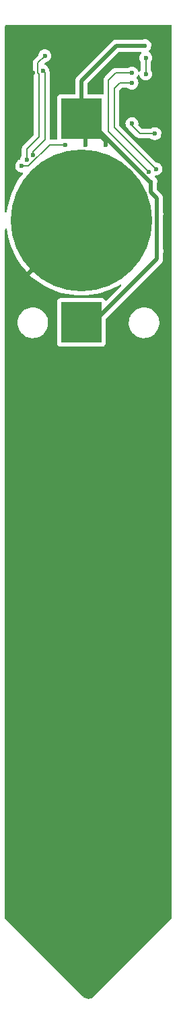
<source format=gbr>
G04 #@! TF.GenerationSoftware,KiCad,Pcbnew,(6.0.0-0)*
G04 #@! TF.CreationDate,2023-02-05T10:16:27+01:00*
G04 #@! TF.ProjectId,parasite,70617261-7369-4746-952e-6b696361645f,2.0.0*
G04 #@! TF.SameCoordinates,Original*
G04 #@! TF.FileFunction,Copper,L2,Bot*
G04 #@! TF.FilePolarity,Positive*
%FSLAX46Y46*%
G04 Gerber Fmt 4.6, Leading zero omitted, Abs format (unit mm)*
G04 Created by KiCad (PCBNEW (6.0.0-0)) date 2023-02-05 10:16:27*
%MOMM*%
%LPD*%
G01*
G04 APERTURE LIST*
G04 #@! TA.AperFunction,SMDPad,CuDef*
%ADD10R,5.100000X5.100000*%
G04 #@! TD*
G04 #@! TA.AperFunction,SMDPad,CuDef*
%ADD11C,17.800000*%
G04 #@! TD*
G04 #@! TA.AperFunction,ViaPad*
%ADD12C,0.600000*%
G04 #@! TD*
G04 #@! TA.AperFunction,Conductor*
%ADD13C,0.200000*%
G04 #@! TD*
G04 #@! TA.AperFunction,Conductor*
%ADD14C,0.500000*%
G04 #@! TD*
G04 APERTURE END LIST*
D10*
X67100000Y-42355000D03*
X67100000Y-67955000D03*
D11*
X67100000Y-55155000D03*
D12*
X60999000Y-36613000D03*
X74969000Y-63918000D03*
X75731000Y-63918000D03*
X60618000Y-64172000D03*
X58078000Y-42201000D03*
X77255000Y-63918000D03*
X64682000Y-32168000D03*
X62269000Y-51472000D03*
X58078000Y-43979000D03*
X70397000Y-51726000D03*
X59983000Y-36613000D03*
X69254000Y-38899000D03*
X76493000Y-63918000D03*
X58078000Y-41312000D03*
X59856000Y-64172000D03*
X70397000Y-48678000D03*
X61380000Y-64172000D03*
X67857000Y-32168000D03*
X68873000Y-32168000D03*
X66714000Y-32168000D03*
X70397000Y-50202000D03*
X65698000Y-32168000D03*
X69254000Y-37375000D03*
X62142000Y-64172000D03*
X70397000Y-49440000D03*
X69762000Y-32168000D03*
X70397000Y-50964000D03*
X58078000Y-43090000D03*
X69254000Y-38137000D03*
X60237000Y-47535000D03*
X62523000Y-34454000D03*
X67603000Y-45630000D03*
X75096000Y-33184000D03*
X67603000Y-44995000D03*
X75858000Y-50329000D03*
X76620000Y-58965000D03*
X70148000Y-44995000D03*
X70143000Y-45630000D03*
X76620000Y-54393000D03*
X65063000Y-45630000D03*
X59602000Y-48297000D03*
X60999000Y-46900000D03*
X62269000Y-36359000D03*
X75604000Y-49059000D03*
X73468000Y-36622550D03*
X73468000Y-37892550D03*
X76493000Y-48678000D03*
X73468000Y-42972550D03*
X76366000Y-44233000D03*
X75223000Y-36740000D03*
X75223000Y-34708000D03*
D13*
X61634000Y-36613000D02*
X61634000Y-35343000D01*
X61761000Y-44614000D02*
X61761000Y-36740000D01*
X60237000Y-46138000D02*
X61761000Y-44614000D01*
X61634000Y-35343000D02*
X62523000Y-34454000D01*
X61761000Y-36740000D02*
X61634000Y-36613000D01*
X60237000Y-47535000D02*
X60237000Y-46138000D01*
D14*
X76620000Y-52361000D02*
X76620000Y-53631000D01*
X67522206Y-42100000D02*
X70216603Y-44794397D01*
X70143000Y-45577550D02*
X70148000Y-45572550D01*
X76620000Y-59981000D02*
X76620000Y-58965000D01*
X70216603Y-44794397D02*
X75751206Y-50329000D01*
X70148000Y-45148000D02*
X67100000Y-42100000D01*
X72048000Y-64553000D02*
X76620000Y-59981000D01*
X67100000Y-42100000D02*
X67522206Y-42100000D01*
X71540000Y-33184000D02*
X75096000Y-33184000D01*
X67100000Y-42100000D02*
X67100000Y-37624000D01*
X67603000Y-44995000D02*
X67603000Y-42603000D01*
X76620000Y-53631000D02*
X76620000Y-58965000D01*
X68901000Y-67700000D02*
X72048000Y-64553000D01*
X75751206Y-50329000D02*
X75858000Y-50329000D01*
X67603000Y-45630000D02*
X67603000Y-44995000D01*
X70148000Y-45572550D02*
X70148000Y-45148000D01*
X67603000Y-42603000D02*
X67100000Y-42100000D01*
X75858000Y-50329000D02*
X75858000Y-51599000D01*
X75858000Y-51599000D02*
X76620000Y-52361000D01*
X67100000Y-37624000D02*
X71540000Y-33184000D01*
D13*
X63116838Y-45630000D02*
X65063000Y-45630000D01*
X60449838Y-48297000D02*
X63116838Y-45630000D01*
X59602000Y-48297000D02*
X60449838Y-48297000D01*
X60999000Y-46519000D02*
X62523000Y-44995000D01*
X60999000Y-46900000D02*
X60999000Y-46519000D01*
X62523000Y-36613000D02*
X62269000Y-36359000D01*
X62523000Y-44995000D02*
X62523000Y-36613000D01*
X70524000Y-37502000D02*
X71403450Y-36622550D01*
X71403450Y-36622550D02*
X73468000Y-36622550D01*
X75604000Y-49059000D02*
X70524000Y-43979000D01*
X70524000Y-43979000D02*
X70524000Y-37502000D01*
X71286000Y-43471000D02*
X71286000Y-38518000D01*
X71286000Y-38518000D02*
X71911450Y-37892550D01*
X76493000Y-48678000D02*
X71286000Y-43471000D01*
X71911450Y-37892550D02*
X73468000Y-37892550D01*
X74461000Y-44233000D02*
X76366000Y-44233000D01*
X73468000Y-43240000D02*
X74461000Y-44233000D01*
X73468000Y-42972550D02*
X73468000Y-43240000D01*
X75223000Y-36740000D02*
X75223000Y-34708000D01*
G04 #@! TA.AperFunction,Conductor*
G36*
X78434121Y-30620002D02*
G01*
X78480614Y-30673658D01*
X78492000Y-30726000D01*
X78492000Y-142737389D01*
X78471998Y-142805510D01*
X78455095Y-142826484D01*
X68675673Y-152605905D01*
X68660906Y-152618551D01*
X68641555Y-152632688D01*
X68634798Y-152641478D01*
X68614837Y-152662086D01*
X68513056Y-152745615D01*
X68492519Y-152759337D01*
X68357738Y-152831379D01*
X68334918Y-152840831D01*
X68188666Y-152885196D01*
X68164445Y-152890014D01*
X68012346Y-152904995D01*
X67987654Y-152904995D01*
X67835555Y-152890014D01*
X67811334Y-152885196D01*
X67665082Y-152840831D01*
X67642262Y-152831379D01*
X67590114Y-152803505D01*
X67507475Y-152759334D01*
X67486948Y-152745618D01*
X67390409Y-152666391D01*
X67379384Y-152654730D01*
X67378875Y-152655227D01*
X67372609Y-152648805D01*
X67367312Y-152641555D01*
X67342101Y-152622175D01*
X67329797Y-152611374D01*
X57544905Y-142826485D01*
X57510879Y-142764173D01*
X57508000Y-142737390D01*
X57508000Y-67939468D01*
X59073827Y-67939468D01*
X59076205Y-68000000D01*
X59084514Y-68211472D01*
X59133420Y-68479256D01*
X59219570Y-68737478D01*
X59221562Y-68741465D01*
X59221563Y-68741467D01*
X59303542Y-68905533D01*
X59341243Y-68980986D01*
X59496014Y-69204920D01*
X59680793Y-69404813D01*
X59684247Y-69407625D01*
X59888437Y-69573862D01*
X59888441Y-69573865D01*
X59891894Y-69576676D01*
X59895716Y-69578977D01*
X60053484Y-69673961D01*
X60125104Y-69717080D01*
X60221741Y-69758001D01*
X60371668Y-69821487D01*
X60371673Y-69821489D01*
X60375771Y-69823224D01*
X60380068Y-69824363D01*
X60380073Y-69824365D01*
X60507332Y-69858106D01*
X60638893Y-69892989D01*
X60909220Y-69924985D01*
X61181358Y-69918571D01*
X61341909Y-69891848D01*
X61445481Y-69874609D01*
X61445483Y-69874609D01*
X61449878Y-69873877D01*
X61709422Y-69791795D01*
X61954810Y-69673961D01*
X62104619Y-69573862D01*
X62177446Y-69525201D01*
X62177450Y-69525198D01*
X62181148Y-69522727D01*
X62383918Y-69341110D01*
X62559076Y-69132735D01*
X62703126Y-68901759D01*
X62777624Y-68733249D01*
X62811396Y-68656857D01*
X62813194Y-68652790D01*
X62887084Y-68390796D01*
X62911170Y-68211472D01*
X62922894Y-68124187D01*
X62922895Y-68124179D01*
X62923321Y-68121005D01*
X62927124Y-68000000D01*
X62907898Y-67728466D01*
X62895979Y-67673101D01*
X62851541Y-67466697D01*
X62851541Y-67466695D01*
X62850605Y-67462350D01*
X62756387Y-67206961D01*
X62627125Y-66967395D01*
X62465397Y-66748433D01*
X62274430Y-66554443D01*
X62058035Y-66389296D01*
X61820529Y-66256286D01*
X61752313Y-66229895D01*
X61570807Y-66159675D01*
X61570801Y-66159673D01*
X61566652Y-66158068D01*
X61562320Y-66157064D01*
X61562317Y-66157063D01*
X61453583Y-66131860D01*
X61301469Y-66096602D01*
X61030270Y-66073114D01*
X61025835Y-66073358D01*
X61025831Y-66073358D01*
X60762910Y-66087827D01*
X60762903Y-66087828D01*
X60758467Y-66088072D01*
X60491484Y-66141178D01*
X60234647Y-66231373D01*
X60230696Y-66233426D01*
X60230690Y-66233428D01*
X60098304Y-66302198D01*
X59993080Y-66356857D01*
X59989465Y-66359440D01*
X59989459Y-66359444D01*
X59775226Y-66512537D01*
X59775222Y-66512540D01*
X59771605Y-66515125D01*
X59574639Y-66703021D01*
X59406113Y-66916796D01*
X59269390Y-67152183D01*
X59267722Y-67156300D01*
X59267719Y-67156307D01*
X59243867Y-67215196D01*
X59167196Y-67404486D01*
X59139699Y-67515181D01*
X59110828Y-67631410D01*
X59101572Y-67668671D01*
X59101118Y-67673099D01*
X59101118Y-67673101D01*
X59094989Y-67732918D01*
X59073827Y-67939468D01*
X57508000Y-67939468D01*
X57508000Y-56292785D01*
X57528002Y-56224664D01*
X57581658Y-56178171D01*
X57651932Y-56168067D01*
X57716512Y-56197561D01*
X57754896Y-56257287D01*
X57759101Y-56277757D01*
X57795028Y-56576822D01*
X57795638Y-56580812D01*
X57906173Y-57174317D01*
X57907045Y-57178282D01*
X58055647Y-57763405D01*
X58056772Y-57767303D01*
X58242827Y-58341624D01*
X58244203Y-58345445D01*
X58466923Y-58906541D01*
X58468554Y-58910292D01*
X58727015Y-59455839D01*
X58728873Y-59459453D01*
X59022019Y-59987217D01*
X59024094Y-59990684D01*
X59350683Y-60498424D01*
X59352999Y-60501781D01*
X59711653Y-60987359D01*
X59714184Y-60990564D01*
X60103434Y-61451995D01*
X60106161Y-61455024D01*
X60257555Y-61612621D01*
X60271340Y-61620511D01*
X60272504Y-61620451D01*
X60280137Y-61615653D01*
X67010905Y-54884885D01*
X67073217Y-54850859D01*
X67144032Y-54855924D01*
X67189095Y-54884885D01*
X67370115Y-55065905D01*
X67404141Y-55128217D01*
X67399076Y-55199032D01*
X67370115Y-55244095D01*
X60641267Y-61972943D01*
X60633653Y-61986887D01*
X60633677Y-61987226D01*
X60639500Y-61995858D01*
X60972715Y-62300660D01*
X60975846Y-62303344D01*
X61446614Y-62681175D01*
X61449897Y-62683640D01*
X61944088Y-63030319D01*
X61947515Y-63032562D01*
X62463060Y-63346635D01*
X62466595Y-63348635D01*
X63001368Y-63628802D01*
X63005006Y-63630561D01*
X63556712Y-63875619D01*
X63560502Y-63877158D01*
X64126872Y-64086103D01*
X64130737Y-64087389D01*
X64709415Y-64259350D01*
X64713356Y-64260384D01*
X65301917Y-64394642D01*
X65305912Y-64395419D01*
X65901930Y-64491419D01*
X65905969Y-64491936D01*
X66506918Y-64549272D01*
X66510987Y-64549528D01*
X67114384Y-64567964D01*
X67118470Y-64567956D01*
X67721812Y-64547414D01*
X67725856Y-64547145D01*
X68326622Y-64487710D01*
X68330658Y-64487179D01*
X68926321Y-64389102D01*
X68930324Y-64388309D01*
X69518425Y-64251995D01*
X69522345Y-64250952D01*
X70100442Y-64076964D01*
X70104275Y-64075674D01*
X70669914Y-63864753D01*
X70673707Y-63863197D01*
X71224544Y-63616219D01*
X71228205Y-63614433D01*
X71761987Y-63332406D01*
X71765493Y-63330406D01*
X71975146Y-63201679D01*
X72043664Y-63183081D01*
X72111359Y-63204478D01*
X72156740Y-63259078D01*
X72165398Y-63329544D01*
X72130170Y-63398149D01*
X70312455Y-65215864D01*
X70250143Y-65249890D01*
X70179328Y-65244825D01*
X70122492Y-65202278D01*
X70105379Y-65171002D01*
X70103768Y-65166704D01*
X70103766Y-65166701D01*
X70100615Y-65158295D01*
X70013261Y-65041739D01*
X69896705Y-64954385D01*
X69760316Y-64903255D01*
X69698134Y-64896500D01*
X64501866Y-64896500D01*
X64439684Y-64903255D01*
X64303295Y-64954385D01*
X64186739Y-65041739D01*
X64099385Y-65158295D01*
X64048255Y-65294684D01*
X64041500Y-65356866D01*
X64041500Y-70553134D01*
X64048255Y-70615316D01*
X64099385Y-70751705D01*
X64186739Y-70868261D01*
X64303295Y-70955615D01*
X64439684Y-71006745D01*
X64501866Y-71013500D01*
X69698134Y-71013500D01*
X69760316Y-71006745D01*
X69896705Y-70955615D01*
X70013261Y-70868261D01*
X70100615Y-70751705D01*
X70151745Y-70615316D01*
X70158500Y-70553134D01*
X70158500Y-67939468D01*
X73073827Y-67939468D01*
X73076205Y-68000000D01*
X73084514Y-68211472D01*
X73133420Y-68479256D01*
X73219570Y-68737478D01*
X73221562Y-68741465D01*
X73221563Y-68741467D01*
X73303542Y-68905533D01*
X73341243Y-68980986D01*
X73496014Y-69204920D01*
X73680793Y-69404813D01*
X73684247Y-69407625D01*
X73888437Y-69573862D01*
X73888441Y-69573865D01*
X73891894Y-69576676D01*
X73895716Y-69578977D01*
X74053484Y-69673961D01*
X74125104Y-69717080D01*
X74221741Y-69758001D01*
X74371668Y-69821487D01*
X74371673Y-69821489D01*
X74375771Y-69823224D01*
X74380068Y-69824363D01*
X74380073Y-69824365D01*
X74507332Y-69858106D01*
X74638893Y-69892989D01*
X74909220Y-69924985D01*
X75181358Y-69918571D01*
X75341909Y-69891848D01*
X75445481Y-69874609D01*
X75445483Y-69874609D01*
X75449878Y-69873877D01*
X75709422Y-69791795D01*
X75954810Y-69673961D01*
X76104619Y-69573862D01*
X76177446Y-69525201D01*
X76177450Y-69525198D01*
X76181148Y-69522727D01*
X76383918Y-69341110D01*
X76559076Y-69132735D01*
X76703126Y-68901759D01*
X76777624Y-68733249D01*
X76811396Y-68656857D01*
X76813194Y-68652790D01*
X76887084Y-68390796D01*
X76911170Y-68211472D01*
X76922894Y-68124187D01*
X76922895Y-68124179D01*
X76923321Y-68121005D01*
X76927124Y-68000000D01*
X76907898Y-67728466D01*
X76895979Y-67673101D01*
X76851541Y-67466697D01*
X76851541Y-67466695D01*
X76850605Y-67462350D01*
X76756387Y-67206961D01*
X76627125Y-66967395D01*
X76465397Y-66748433D01*
X76274430Y-66554443D01*
X76058035Y-66389296D01*
X75820529Y-66256286D01*
X75752313Y-66229895D01*
X75570807Y-66159675D01*
X75570801Y-66159673D01*
X75566652Y-66158068D01*
X75562320Y-66157064D01*
X75562317Y-66157063D01*
X75453583Y-66131860D01*
X75301469Y-66096602D01*
X75030270Y-66073114D01*
X75025835Y-66073358D01*
X75025831Y-66073358D01*
X74762910Y-66087827D01*
X74762903Y-66087828D01*
X74758467Y-66088072D01*
X74491484Y-66141178D01*
X74234647Y-66231373D01*
X74230696Y-66233426D01*
X74230690Y-66233428D01*
X74098304Y-66302198D01*
X73993080Y-66356857D01*
X73989465Y-66359440D01*
X73989459Y-66359444D01*
X73775226Y-66512537D01*
X73775222Y-66512540D01*
X73771605Y-66515125D01*
X73574639Y-66703021D01*
X73406113Y-66916796D01*
X73269390Y-67152183D01*
X73267722Y-67156300D01*
X73267719Y-67156307D01*
X73243867Y-67215196D01*
X73167196Y-67404486D01*
X73139699Y-67515181D01*
X73110828Y-67631410D01*
X73101572Y-67668671D01*
X73101118Y-67673099D01*
X73101118Y-67673101D01*
X73094989Y-67732918D01*
X73073827Y-67939468D01*
X70158500Y-67939468D01*
X70158500Y-67567371D01*
X70178502Y-67499250D01*
X70195405Y-67478276D01*
X77108911Y-60564770D01*
X77123323Y-60552384D01*
X77134918Y-60543851D01*
X77134923Y-60543846D01*
X77140818Y-60539508D01*
X77145557Y-60533930D01*
X77145560Y-60533927D01*
X77175035Y-60499232D01*
X77181965Y-60491716D01*
X77187660Y-60486021D01*
X77205281Y-60463749D01*
X77208072Y-60460345D01*
X77250591Y-60410297D01*
X77250592Y-60410295D01*
X77255333Y-60404715D01*
X77258661Y-60398199D01*
X77262028Y-60393150D01*
X77265195Y-60388021D01*
X77269734Y-60382284D01*
X77300655Y-60316125D01*
X77302561Y-60312225D01*
X77335769Y-60247192D01*
X77337508Y-60240084D01*
X77339607Y-60234441D01*
X77341524Y-60228678D01*
X77344622Y-60222050D01*
X77359487Y-60150583D01*
X77360457Y-60146299D01*
X77376473Y-60080845D01*
X77377808Y-60075390D01*
X77378500Y-60064236D01*
X77378536Y-60064238D01*
X77378775Y-60060245D01*
X77379149Y-60056053D01*
X77380640Y-60048885D01*
X77378546Y-59971479D01*
X77378500Y-59968072D01*
X77378500Y-59268267D01*
X77386712Y-59223523D01*
X77405555Y-59173920D01*
X77405556Y-59173918D01*
X77408055Y-59167338D01*
X77414712Y-59119969D01*
X77432748Y-58991639D01*
X77432748Y-58991636D01*
X77433299Y-58987717D01*
X77433616Y-58965000D01*
X77413397Y-58784745D01*
X77409546Y-58773685D01*
X77385509Y-58704662D01*
X77378500Y-58663225D01*
X77378500Y-54696267D01*
X77386712Y-54651523D01*
X77405555Y-54601920D01*
X77405556Y-54601918D01*
X77408055Y-54595338D01*
X77433299Y-54415717D01*
X77433616Y-54393000D01*
X77413397Y-54212745D01*
X77409546Y-54201685D01*
X77385509Y-54132662D01*
X77378500Y-54091225D01*
X77378500Y-52428070D01*
X77379933Y-52409120D01*
X77382099Y-52394885D01*
X77382099Y-52394881D01*
X77383199Y-52387651D01*
X77382044Y-52373443D01*
X77378915Y-52334982D01*
X77378500Y-52324767D01*
X77378500Y-52316707D01*
X77375209Y-52288480D01*
X77374778Y-52284121D01*
X77369453Y-52218660D01*
X77368860Y-52211364D01*
X77366605Y-52204403D01*
X77365418Y-52198463D01*
X77364029Y-52192588D01*
X77363182Y-52185319D01*
X77338264Y-52116670D01*
X77336847Y-52112542D01*
X77316607Y-52050064D01*
X77316606Y-52050062D01*
X77314351Y-52043101D01*
X77310555Y-52036846D01*
X77308049Y-52031372D01*
X77305330Y-52025942D01*
X77302833Y-52019063D01*
X77262814Y-51958024D01*
X77260467Y-51954305D01*
X77222595Y-51891893D01*
X77215197Y-51883516D01*
X77215224Y-51883492D01*
X77212571Y-51880500D01*
X77209868Y-51877267D01*
X77205856Y-51871148D01*
X77149617Y-51817872D01*
X77147175Y-51815494D01*
X76653405Y-51321724D01*
X76619379Y-51259412D01*
X76616500Y-51232629D01*
X76616500Y-50632267D01*
X76624712Y-50587523D01*
X76643555Y-50537920D01*
X76643556Y-50537918D01*
X76646055Y-50531338D01*
X76671299Y-50351717D01*
X76671616Y-50329000D01*
X76651397Y-50148745D01*
X76591745Y-49977448D01*
X76495626Y-49823624D01*
X76378112Y-49705287D01*
X76344305Y-49642856D01*
X76349617Y-49572059D01*
X76392361Y-49515372D01*
X76458968Y-49490793D01*
X76469312Y-49490551D01*
X76475961Y-49491438D01*
X76482972Y-49490800D01*
X76482977Y-49490800D01*
X76629106Y-49477500D01*
X76656600Y-49474998D01*
X76663302Y-49472820D01*
X76663304Y-49472820D01*
X76822409Y-49421124D01*
X76822412Y-49421123D01*
X76829108Y-49418947D01*
X76984912Y-49326069D01*
X77116266Y-49200982D01*
X77216643Y-49049902D01*
X77263041Y-48927760D01*
X77278555Y-48886920D01*
X77278556Y-48886918D01*
X77281055Y-48880338D01*
X77293270Y-48793424D01*
X77305748Y-48704639D01*
X77305748Y-48704636D01*
X77306299Y-48700717D01*
X77306616Y-48678000D01*
X77286397Y-48497745D01*
X77226745Y-48326448D01*
X77130626Y-48172624D01*
X77071094Y-48112675D01*
X77007778Y-48048915D01*
X77007774Y-48048912D01*
X77002815Y-48043918D01*
X76849666Y-47946727D01*
X76800759Y-47929312D01*
X76685425Y-47888243D01*
X76685420Y-47888242D01*
X76678790Y-47885881D01*
X76671804Y-47885048D01*
X76671800Y-47885047D01*
X76588864Y-47875158D01*
X76523591Y-47847231D01*
X76514688Y-47839139D01*
X71931405Y-43255856D01*
X71897379Y-43193544D01*
X71894500Y-43166761D01*
X71894500Y-42961190D01*
X72654463Y-42961190D01*
X72672163Y-43141710D01*
X72729418Y-43313823D01*
X72733065Y-43319845D01*
X72733066Y-43319847D01*
X72793865Y-43420238D01*
X72823380Y-43468974D01*
X72828269Y-43474037D01*
X72828270Y-43474038D01*
X72853836Y-43500512D01*
X72949382Y-43599452D01*
X72984775Y-43622612D01*
X72986567Y-43623785D01*
X73017536Y-43652514D01*
X73028984Y-43667434D01*
X73028987Y-43667437D01*
X73034013Y-43673987D01*
X73040568Y-43679017D01*
X73059379Y-43693452D01*
X73071770Y-43704319D01*
X73996685Y-44629234D01*
X74007552Y-44641625D01*
X74027013Y-44666987D01*
X74033563Y-44672013D01*
X74058925Y-44691474D01*
X74058928Y-44691477D01*
X74135341Y-44750111D01*
X74154124Y-44764524D01*
X74302149Y-44825838D01*
X74310336Y-44826916D01*
X74310337Y-44826916D01*
X74321542Y-44828391D01*
X74352738Y-44832498D01*
X74421115Y-44841500D01*
X74421118Y-44841500D01*
X74421126Y-44841501D01*
X74452811Y-44845672D01*
X74461000Y-44846750D01*
X74492693Y-44842578D01*
X74509136Y-44841500D01*
X75781699Y-44841500D01*
X75850692Y-44862068D01*
X75989856Y-44953134D01*
X75999159Y-44959222D01*
X76005763Y-44961678D01*
X76005765Y-44961679D01*
X76162558Y-45019990D01*
X76162560Y-45019990D01*
X76169168Y-45022448D01*
X76252995Y-45033633D01*
X76341980Y-45045507D01*
X76341984Y-45045507D01*
X76348961Y-45046438D01*
X76355972Y-45045800D01*
X76355976Y-45045800D01*
X76498459Y-45032832D01*
X76529600Y-45029998D01*
X76536302Y-45027820D01*
X76536304Y-45027820D01*
X76695409Y-44976124D01*
X76695412Y-44976123D01*
X76702108Y-44973947D01*
X76857912Y-44881069D01*
X76989266Y-44755982D01*
X77089643Y-44604902D01*
X77154055Y-44435338D01*
X77179299Y-44255717D01*
X77179616Y-44233000D01*
X77159397Y-44052745D01*
X77099745Y-43881448D01*
X77003626Y-43727624D01*
X76943855Y-43667434D01*
X76880778Y-43603915D01*
X76880774Y-43603912D01*
X76875815Y-43598918D01*
X76864697Y-43591862D01*
X76816538Y-43561300D01*
X76722666Y-43501727D01*
X76693463Y-43491328D01*
X76558425Y-43443243D01*
X76558420Y-43443242D01*
X76551790Y-43440881D01*
X76544802Y-43440048D01*
X76544799Y-43440047D01*
X76421698Y-43425368D01*
X76371680Y-43419404D01*
X76364677Y-43420140D01*
X76364676Y-43420140D01*
X76198288Y-43437628D01*
X76198286Y-43437629D01*
X76191288Y-43438364D01*
X76019579Y-43496818D01*
X75865088Y-43591862D01*
X75860054Y-43596791D01*
X75858776Y-43597790D01*
X75792782Y-43623967D01*
X75781204Y-43624500D01*
X74765239Y-43624500D01*
X74697118Y-43604498D01*
X74676144Y-43587595D01*
X74301387Y-43212838D01*
X74267361Y-43150526D01*
X74265708Y-43106208D01*
X74280747Y-42999192D01*
X74281299Y-42995267D01*
X74281616Y-42972550D01*
X74261397Y-42792295D01*
X74259080Y-42785641D01*
X74204064Y-42627656D01*
X74204062Y-42627653D01*
X74201745Y-42620998D01*
X74105626Y-42467174D01*
X74091941Y-42453393D01*
X73982778Y-42343465D01*
X73982774Y-42343462D01*
X73977815Y-42338468D01*
X73966697Y-42331412D01*
X73918538Y-42300850D01*
X73824666Y-42241277D01*
X73795463Y-42230878D01*
X73660425Y-42182793D01*
X73660420Y-42182792D01*
X73653790Y-42180431D01*
X73646802Y-42179598D01*
X73646799Y-42179597D01*
X73523698Y-42164918D01*
X73473680Y-42158954D01*
X73466677Y-42159690D01*
X73466676Y-42159690D01*
X73300288Y-42177178D01*
X73300286Y-42177179D01*
X73293288Y-42177914D01*
X73121579Y-42236368D01*
X73115575Y-42240062D01*
X72973095Y-42327716D01*
X72973092Y-42327718D01*
X72967088Y-42331412D01*
X72962053Y-42336343D01*
X72962050Y-42336345D01*
X72842525Y-42453393D01*
X72837493Y-42458321D01*
X72739235Y-42610788D01*
X72736826Y-42617408D01*
X72736824Y-42617411D01*
X72679606Y-42774616D01*
X72677197Y-42781235D01*
X72654463Y-42961190D01*
X71894500Y-42961190D01*
X71894500Y-38822239D01*
X71914502Y-38754118D01*
X71931405Y-38733144D01*
X72126594Y-38537955D01*
X72188906Y-38503929D01*
X72215689Y-38501050D01*
X72883699Y-38501050D01*
X72952692Y-38521618D01*
X73101159Y-38618772D01*
X73107763Y-38621228D01*
X73107765Y-38621229D01*
X73264558Y-38679540D01*
X73264560Y-38679540D01*
X73271168Y-38681998D01*
X73354995Y-38693183D01*
X73443980Y-38705057D01*
X73443984Y-38705057D01*
X73450961Y-38705988D01*
X73457972Y-38705350D01*
X73457976Y-38705350D01*
X73600459Y-38692382D01*
X73631600Y-38689548D01*
X73638302Y-38687370D01*
X73638304Y-38687370D01*
X73797409Y-38635674D01*
X73797412Y-38635673D01*
X73804108Y-38633497D01*
X73959912Y-38540619D01*
X74091266Y-38415532D01*
X74191643Y-38264452D01*
X74256055Y-38094888D01*
X74281299Y-37915267D01*
X74281616Y-37892550D01*
X74261397Y-37712295D01*
X74259080Y-37705641D01*
X74204064Y-37547656D01*
X74204062Y-37547653D01*
X74201745Y-37540998D01*
X74197885Y-37534820D01*
X74109359Y-37393148D01*
X74105626Y-37387174D01*
X74085495Y-37366902D01*
X74065979Y-37347249D01*
X74032172Y-37284818D01*
X74037484Y-37214020D01*
X74068492Y-37167220D01*
X74077872Y-37158287D01*
X74091266Y-37145532D01*
X74191643Y-36994452D01*
X74206678Y-36954873D01*
X74249567Y-36898295D01*
X74316236Y-36873886D01*
X74385518Y-36889396D01*
X74435416Y-36939900D01*
X74444023Y-36959843D01*
X74484418Y-37081273D01*
X74488065Y-37087295D01*
X74488066Y-37087297D01*
X74564812Y-37214020D01*
X74578380Y-37236424D01*
X74583269Y-37241487D01*
X74583270Y-37241488D01*
X74660121Y-37321068D01*
X74704382Y-37366902D01*
X74710278Y-37370760D01*
X74849883Y-37462115D01*
X74856159Y-37466222D01*
X74862763Y-37468678D01*
X74862765Y-37468679D01*
X75019558Y-37526990D01*
X75019560Y-37526990D01*
X75026168Y-37529448D01*
X75109995Y-37540633D01*
X75198980Y-37552507D01*
X75198984Y-37552507D01*
X75205961Y-37553438D01*
X75212972Y-37552800D01*
X75212976Y-37552800D01*
X75355459Y-37539832D01*
X75386600Y-37536998D01*
X75393302Y-37534820D01*
X75393304Y-37534820D01*
X75552409Y-37483124D01*
X75552412Y-37483123D01*
X75559108Y-37480947D01*
X75714912Y-37388069D01*
X75846266Y-37262982D01*
X75946643Y-37111902D01*
X76004405Y-36959845D01*
X76008555Y-36948920D01*
X76008556Y-36948918D01*
X76011055Y-36942338D01*
X76017245Y-36898295D01*
X76035748Y-36766639D01*
X76035748Y-36766636D01*
X76036299Y-36762717D01*
X76036616Y-36740000D01*
X76016397Y-36559745D01*
X76014080Y-36553091D01*
X75959064Y-36395106D01*
X75959062Y-36395103D01*
X75956745Y-36388448D01*
X75860626Y-36234624D01*
X75858215Y-36232196D01*
X75832117Y-36167716D01*
X75831500Y-36155263D01*
X75831500Y-35291248D01*
X75852552Y-35221521D01*
X75942742Y-35085773D01*
X75946643Y-35079902D01*
X75999436Y-34940925D01*
X76008555Y-34916920D01*
X76008556Y-34916918D01*
X76011055Y-34910338D01*
X76014683Y-34884526D01*
X76035748Y-34734639D01*
X76035748Y-34734636D01*
X76036299Y-34730717D01*
X76036616Y-34708000D01*
X76016397Y-34527745D01*
X76014080Y-34521091D01*
X75959064Y-34363106D01*
X75959062Y-34363103D01*
X75956745Y-34356448D01*
X75860626Y-34202624D01*
X75809373Y-34151012D01*
X75737778Y-34078915D01*
X75737774Y-34078912D01*
X75732815Y-34073918D01*
X75721697Y-34066862D01*
X75629624Y-34008431D01*
X75582825Y-33955042D01*
X75572320Y-33884827D01*
X75601444Y-33820079D01*
X75610240Y-33810806D01*
X75719266Y-33706982D01*
X75819643Y-33555902D01*
X75884055Y-33386338D01*
X75909299Y-33206717D01*
X75909616Y-33184000D01*
X75889397Y-33003745D01*
X75829745Y-32832448D01*
X75733626Y-32678624D01*
X75647983Y-32592381D01*
X75610778Y-32554915D01*
X75610774Y-32554912D01*
X75605815Y-32549918D01*
X75452666Y-32452727D01*
X75401608Y-32434546D01*
X75288425Y-32394243D01*
X75288420Y-32394242D01*
X75281790Y-32391881D01*
X75274802Y-32391048D01*
X75274799Y-32391047D01*
X75151698Y-32376368D01*
X75101680Y-32370404D01*
X75094677Y-32371140D01*
X75094676Y-32371140D01*
X74928288Y-32388628D01*
X74928286Y-32388629D01*
X74921288Y-32389364D01*
X74834884Y-32418778D01*
X74794279Y-32425500D01*
X71607069Y-32425500D01*
X71588121Y-32424067D01*
X71580780Y-32422950D01*
X71573883Y-32421901D01*
X71573881Y-32421901D01*
X71566651Y-32420801D01*
X71559359Y-32421394D01*
X71559356Y-32421394D01*
X71513982Y-32425085D01*
X71503767Y-32425500D01*
X71495707Y-32425500D01*
X71482417Y-32427049D01*
X71467493Y-32428789D01*
X71463118Y-32429222D01*
X71397661Y-32434546D01*
X71397658Y-32434547D01*
X71390363Y-32435140D01*
X71383399Y-32437396D01*
X71377440Y-32438587D01*
X71371585Y-32439971D01*
X71364319Y-32440818D01*
X71295673Y-32465735D01*
X71291545Y-32467152D01*
X71229064Y-32487393D01*
X71229062Y-32487394D01*
X71222101Y-32489649D01*
X71215846Y-32493445D01*
X71210372Y-32495951D01*
X71204942Y-32498670D01*
X71198063Y-32501167D01*
X71137016Y-32541191D01*
X71133327Y-32543518D01*
X71129002Y-32546143D01*
X71075693Y-32578491D01*
X71075688Y-32578495D01*
X71070892Y-32581405D01*
X71062516Y-32588803D01*
X71062493Y-32588777D01*
X71059503Y-32591426D01*
X71056264Y-32594134D01*
X71050148Y-32598144D01*
X71045121Y-32603451D01*
X71045117Y-32603454D01*
X70996872Y-32654383D01*
X70994494Y-32656825D01*
X66611089Y-37040230D01*
X66596677Y-37052616D01*
X66585082Y-37061149D01*
X66585077Y-37061154D01*
X66579182Y-37065492D01*
X66574443Y-37071070D01*
X66574440Y-37071073D01*
X66544965Y-37105768D01*
X66538035Y-37113284D01*
X66532340Y-37118979D01*
X66530060Y-37121861D01*
X66514719Y-37141251D01*
X66511928Y-37144655D01*
X66492758Y-37167220D01*
X66464667Y-37200285D01*
X66461339Y-37206801D01*
X66457972Y-37211850D01*
X66454805Y-37216979D01*
X66450266Y-37222716D01*
X66419345Y-37288875D01*
X66417442Y-37292769D01*
X66384231Y-37357808D01*
X66382492Y-37364916D01*
X66380393Y-37370559D01*
X66378476Y-37376322D01*
X66375378Y-37382950D01*
X66373888Y-37390112D01*
X66373888Y-37390113D01*
X66360514Y-37454412D01*
X66359544Y-37458696D01*
X66342192Y-37529610D01*
X66341844Y-37535212D01*
X66341844Y-37535215D01*
X66341694Y-37537637D01*
X66341500Y-37540764D01*
X66341464Y-37540762D01*
X66341225Y-37544755D01*
X66340851Y-37548947D01*
X66339360Y-37556115D01*
X66339558Y-37563432D01*
X66341454Y-37633521D01*
X66341500Y-37636928D01*
X66341500Y-39170500D01*
X66321498Y-39238621D01*
X66267842Y-39285114D01*
X66215500Y-39296500D01*
X64501866Y-39296500D01*
X64439684Y-39303255D01*
X64303295Y-39354385D01*
X64186739Y-39441739D01*
X64099385Y-39558295D01*
X64048255Y-39694684D01*
X64041500Y-39756866D01*
X64041500Y-44895500D01*
X64021498Y-44963621D01*
X63967842Y-45010114D01*
X63915500Y-45021500D01*
X63257500Y-45021500D01*
X63189379Y-45001498D01*
X63142886Y-44947842D01*
X63131500Y-44895500D01*
X63131500Y-36661136D01*
X63132578Y-36644690D01*
X63135672Y-36621188D01*
X63136750Y-36613000D01*
X63131500Y-36573122D01*
X63131500Y-36573115D01*
X63115838Y-36454150D01*
X63110928Y-36442295D01*
X63091535Y-36395477D01*
X63083327Y-36358920D01*
X63082616Y-36359000D01*
X63072074Y-36265019D01*
X63062397Y-36178745D01*
X63011599Y-36032872D01*
X63005064Y-36014106D01*
X63005062Y-36014103D01*
X63002745Y-36007448D01*
X62927087Y-35886368D01*
X62910359Y-35859598D01*
X62906626Y-35853624D01*
X62885940Y-35832793D01*
X62783778Y-35729915D01*
X62783774Y-35729912D01*
X62778815Y-35724918D01*
X62625666Y-35627727D01*
X62506778Y-35585393D01*
X62449314Y-35543699D01*
X62423514Y-35477556D01*
X62437569Y-35407965D01*
X62459950Y-35377599D01*
X62544282Y-35293267D01*
X62606594Y-35259241D01*
X62621955Y-35256881D01*
X62686600Y-35250998D01*
X62693302Y-35248820D01*
X62693304Y-35248820D01*
X62852409Y-35197124D01*
X62852412Y-35197123D01*
X62859108Y-35194947D01*
X63014912Y-35102069D01*
X63146266Y-34976982D01*
X63246643Y-34825902D01*
X63311055Y-34656338D01*
X63336299Y-34476717D01*
X63336616Y-34454000D01*
X63316397Y-34273745D01*
X63314080Y-34267091D01*
X63259064Y-34109106D01*
X63259062Y-34109103D01*
X63256745Y-34102448D01*
X63160626Y-33948624D01*
X63044882Y-33832069D01*
X63037778Y-33824915D01*
X63037774Y-33824912D01*
X63032815Y-33819918D01*
X63021697Y-33812862D01*
X62973538Y-33782300D01*
X62879666Y-33722727D01*
X62818961Y-33701111D01*
X62715425Y-33664243D01*
X62715420Y-33664242D01*
X62708790Y-33661881D01*
X62701802Y-33661048D01*
X62701799Y-33661047D01*
X62578698Y-33646368D01*
X62528680Y-33640404D01*
X62521677Y-33641140D01*
X62521676Y-33641140D01*
X62355288Y-33658628D01*
X62355286Y-33658629D01*
X62348288Y-33659364D01*
X62176579Y-33717818D01*
X62170575Y-33721512D01*
X62028095Y-33809166D01*
X62028092Y-33809168D01*
X62022088Y-33812862D01*
X62017053Y-33817793D01*
X62017050Y-33817795D01*
X61908119Y-33924469D01*
X61892493Y-33939771D01*
X61794235Y-34092238D01*
X61791826Y-34098858D01*
X61791824Y-34098861D01*
X61751883Y-34208598D01*
X61732197Y-34262685D01*
X61721642Y-34346238D01*
X61720025Y-34359034D01*
X61691643Y-34424111D01*
X61684114Y-34432337D01*
X61237766Y-34878685D01*
X61225375Y-34889552D01*
X61200013Y-34909013D01*
X61175526Y-34940925D01*
X61175523Y-34940928D01*
X61102476Y-35036124D01*
X61041162Y-35184149D01*
X61040084Y-35192336D01*
X61040084Y-35192337D01*
X61038609Y-35203542D01*
X61025500Y-35303114D01*
X61025500Y-35303120D01*
X61020250Y-35343000D01*
X61021328Y-35351188D01*
X61024422Y-35374690D01*
X61025500Y-35391136D01*
X61025500Y-36564864D01*
X61024422Y-36581307D01*
X61020250Y-36613000D01*
X61025500Y-36652880D01*
X61025500Y-36652885D01*
X61030159Y-36688270D01*
X61039960Y-36762717D01*
X61041162Y-36771851D01*
X61102476Y-36919876D01*
X61114362Y-36935366D01*
X61126462Y-36951135D01*
X61152063Y-37017355D01*
X61152500Y-37027839D01*
X61152500Y-44309761D01*
X61132498Y-44377882D01*
X61115595Y-44398856D01*
X59840766Y-45673685D01*
X59828375Y-45684552D01*
X59803013Y-45704013D01*
X59778526Y-45735925D01*
X59778523Y-45735928D01*
X59768101Y-45749510D01*
X59713251Y-45820992D01*
X59705476Y-45831124D01*
X59646364Y-45973834D01*
X59644162Y-45979150D01*
X59643085Y-45987334D01*
X59643084Y-45987336D01*
X59628500Y-46098115D01*
X59628500Y-46098120D01*
X59623250Y-46138000D01*
X59624328Y-46146188D01*
X59627422Y-46169690D01*
X59628500Y-46186136D01*
X59628500Y-46950164D01*
X59608498Y-47018285D01*
X59607188Y-47020090D01*
X59606493Y-47020771D01*
X59508235Y-47173238D01*
X59446197Y-47343685D01*
X59445314Y-47350675D01*
X59435968Y-47424656D01*
X59407586Y-47489733D01*
X59351566Y-47528142D01*
X59262252Y-47558546D01*
X59262249Y-47558547D01*
X59255579Y-47560818D01*
X59249575Y-47564512D01*
X59107095Y-47652166D01*
X59107092Y-47652168D01*
X59101088Y-47655862D01*
X59096053Y-47660793D01*
X59096050Y-47660795D01*
X58976525Y-47777843D01*
X58971493Y-47782771D01*
X58873235Y-47935238D01*
X58870826Y-47941858D01*
X58870824Y-47941861D01*
X58813606Y-48099066D01*
X58811197Y-48105685D01*
X58788463Y-48285640D01*
X58806163Y-48466160D01*
X58863418Y-48638273D01*
X58867065Y-48644295D01*
X58867066Y-48644297D01*
X58934399Y-48755477D01*
X58957380Y-48793424D01*
X59083382Y-48923902D01*
X59235159Y-49023222D01*
X59241763Y-49025678D01*
X59241765Y-49025679D01*
X59398558Y-49083990D01*
X59398560Y-49083990D01*
X59405168Y-49086448D01*
X59488995Y-49097633D01*
X59577980Y-49109507D01*
X59577984Y-49109507D01*
X59584961Y-49110438D01*
X59591972Y-49109800D01*
X59591975Y-49109800D01*
X59606352Y-49108491D01*
X59615209Y-49107685D01*
X59684862Y-49121430D01*
X59736027Y-49170651D01*
X59752458Y-49239720D01*
X59726525Y-49309957D01*
X59457060Y-49660497D01*
X59454697Y-49663785D01*
X59118413Y-50165172D01*
X59116271Y-50168601D01*
X58813052Y-50690630D01*
X58811126Y-50694208D01*
X58542232Y-51234706D01*
X58540535Y-51238415D01*
X58307078Y-51795146D01*
X58305638Y-51798916D01*
X58108586Y-52369579D01*
X58107390Y-52373443D01*
X57947586Y-52955591D01*
X57946629Y-52959578D01*
X57824729Y-53550806D01*
X57824033Y-53554835D01*
X57758789Y-54022030D01*
X57729557Y-54086730D01*
X57669987Y-54125355D01*
X57598991Y-54125642D01*
X57539110Y-54087500D01*
X57509356Y-54023039D01*
X57508000Y-54004603D01*
X57508000Y-30726000D01*
X57528002Y-30657879D01*
X57581658Y-30611386D01*
X57634000Y-30600000D01*
X78366000Y-30600000D01*
X78434121Y-30620002D01*
G37*
G04 #@! TD.AperFunction*
G04 #@! TA.AperFunction,Conductor*
G36*
X74608450Y-33962502D02*
G01*
X74654943Y-34016158D01*
X74665047Y-34086432D01*
X74635553Y-34151012D01*
X74628487Y-34158523D01*
X74592493Y-34193771D01*
X74494235Y-34346238D01*
X74491826Y-34352858D01*
X74491824Y-34352861D01*
X74446744Y-34476717D01*
X74432197Y-34516685D01*
X74409463Y-34696640D01*
X74427163Y-34877160D01*
X74484418Y-35049273D01*
X74488065Y-35055295D01*
X74488066Y-35055297D01*
X74574730Y-35198398D01*
X74574733Y-35198401D01*
X74578380Y-35204424D01*
X74583275Y-35209492D01*
X74587571Y-35215071D01*
X74585243Y-35216864D01*
X74612071Y-35268115D01*
X74614500Y-35292734D01*
X74614500Y-36155164D01*
X74594498Y-36223285D01*
X74593188Y-36225090D01*
X74592493Y-36225771D01*
X74590894Y-36228253D01*
X74590892Y-36228255D01*
X74582934Y-36240603D01*
X74494235Y-36378238D01*
X74485471Y-36402317D01*
X74484867Y-36403977D01*
X74442771Y-36461147D01*
X74376449Y-36486484D01*
X74306958Y-36471942D01*
X74256360Y-36422139D01*
X74247475Y-36402317D01*
X74204064Y-36277656D01*
X74204062Y-36277653D01*
X74201745Y-36270998D01*
X74178330Y-36233526D01*
X74109359Y-36123148D01*
X74105626Y-36117174D01*
X74076522Y-36087866D01*
X73982778Y-35993465D01*
X73982774Y-35993462D01*
X73977815Y-35988468D01*
X73966697Y-35981412D01*
X73918538Y-35950850D01*
X73824666Y-35891277D01*
X73735701Y-35859598D01*
X73660425Y-35832793D01*
X73660420Y-35832792D01*
X73653790Y-35830431D01*
X73646802Y-35829598D01*
X73646799Y-35829597D01*
X73523698Y-35814918D01*
X73473680Y-35808954D01*
X73466677Y-35809690D01*
X73466676Y-35809690D01*
X73300288Y-35827178D01*
X73300286Y-35827179D01*
X73293288Y-35827914D01*
X73121579Y-35886368D01*
X72967088Y-35981412D01*
X72962054Y-35986341D01*
X72960776Y-35987340D01*
X72894782Y-36013517D01*
X72883204Y-36014050D01*
X71451586Y-36014050D01*
X71435143Y-36012972D01*
X71403450Y-36008800D01*
X71395261Y-36009878D01*
X71363576Y-36014049D01*
X71363567Y-36014050D01*
X71363565Y-36014050D01*
X71363559Y-36014051D01*
X71363557Y-36014051D01*
X71263993Y-36027159D01*
X71252786Y-36028634D01*
X71252784Y-36028635D01*
X71244599Y-36029712D01*
X71096574Y-36091026D01*
X71090023Y-36096053D01*
X71090021Y-36096054D01*
X71054712Y-36123148D01*
X71001378Y-36164073D01*
X71001375Y-36164076D01*
X70969463Y-36188563D01*
X70964433Y-36195118D01*
X70949998Y-36213929D01*
X70939131Y-36226320D01*
X70127766Y-37037685D01*
X70115375Y-37048552D01*
X70090013Y-37068013D01*
X70065526Y-37099925D01*
X70065523Y-37099928D01*
X70065517Y-37099936D01*
X70013888Y-37167220D01*
X69992476Y-37195124D01*
X69948087Y-37302289D01*
X69931162Y-37343150D01*
X69930084Y-37351338D01*
X69915500Y-37462115D01*
X69915500Y-37462120D01*
X69913022Y-37480947D01*
X69910250Y-37502000D01*
X69913864Y-37529448D01*
X69914422Y-37533690D01*
X69915500Y-37550136D01*
X69915500Y-39181696D01*
X69895498Y-39249817D01*
X69841842Y-39296310D01*
X69771568Y-39306414D01*
X69765826Y-39305321D01*
X69760316Y-39303255D01*
X69752463Y-39302402D01*
X69752459Y-39302401D01*
X69701531Y-39296869D01*
X69698134Y-39296500D01*
X67984500Y-39296500D01*
X67916379Y-39276498D01*
X67869886Y-39222842D01*
X67858500Y-39170500D01*
X67858500Y-37990371D01*
X67878502Y-37922250D01*
X67895405Y-37901276D01*
X71817276Y-33979405D01*
X71879588Y-33945379D01*
X71906371Y-33942500D01*
X74540329Y-33942500D01*
X74608450Y-33962502D01*
G37*
G04 #@! TD.AperFunction*
M02*

</source>
